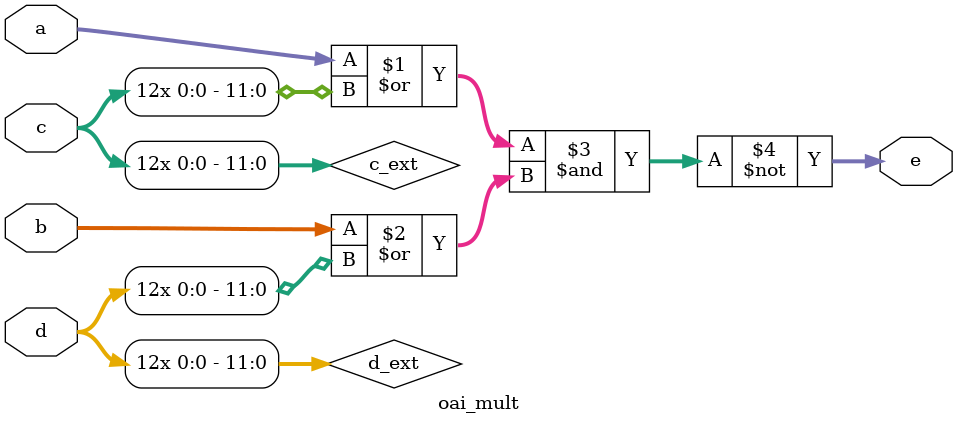
<source format=v>
module oai_mult(
    input [11:0] a,           // 权重输入a
    input [11:0] b,           // 权重输入b
    input c,                  // 输入位c
    input d,                  // 输入位d
    output wire [11:0] e      // 乘法结果
);

    // OAI逻辑：e = ~((a | c) & (b | d))
    // 其中c和d是1位信号，需要扩展到12位
    wire [11:0] c_ext = {12{c}};  // 将c扩展到12位
    wire [11:0] d_ext = {12{d}};  // 将d扩展到12位
    
    // 实现OAI逻辑
    assign e = ~((a | c_ext) & (b | d_ext));

endmodule 
</source>
